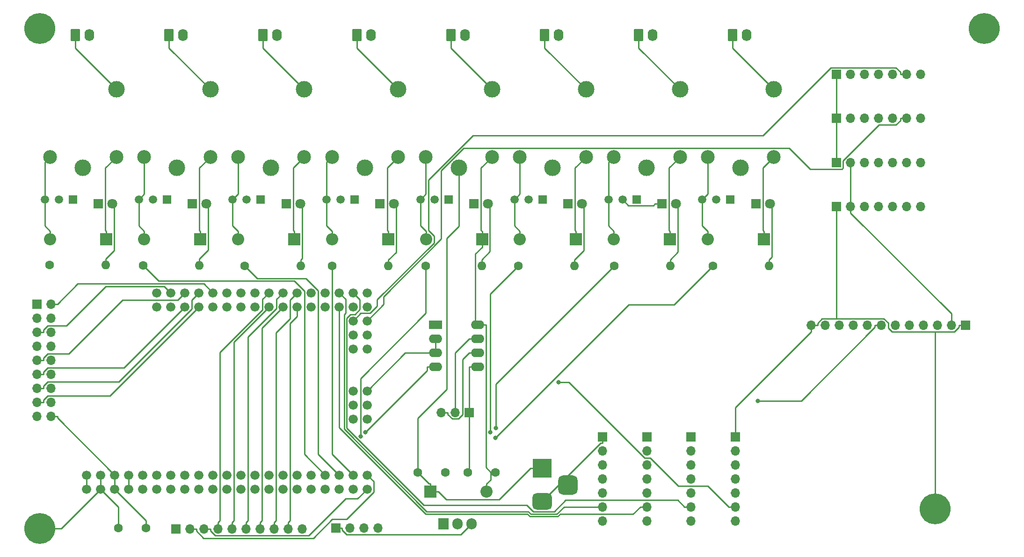
<source format=gbr>
%TF.GenerationSoftware,KiCad,Pcbnew,7.0.2*%
%TF.CreationDate,2023-11-03T08:34:37+00:00*%
%TF.ProjectId,quizbuzzer,7175697a-6275-47a7-9a65-722e6b696361,V0.1.2*%
%TF.SameCoordinates,Original*%
%TF.FileFunction,Copper,L2,Bot*%
%TF.FilePolarity,Positive*%
%FSLAX46Y46*%
G04 Gerber Fmt 4.6, Leading zero omitted, Abs format (unit mm)*
G04 Created by KiCad (PCBNEW 7.0.2) date 2023-11-03 08:34:37*
%MOMM*%
%LPD*%
G01*
G04 APERTURE LIST*
G04 Aperture macros list*
%AMRoundRect*
0 Rectangle with rounded corners*
0 $1 Rounding radius*
0 $2 $3 $4 $5 $6 $7 $8 $9 X,Y pos of 4 corners*
0 Add a 4 corners polygon primitive as box body*
4,1,4,$2,$3,$4,$5,$6,$7,$8,$9,$2,$3,0*
0 Add four circle primitives for the rounded corners*
1,1,$1+$1,$2,$3*
1,1,$1+$1,$4,$5*
1,1,$1+$1,$6,$7*
1,1,$1+$1,$8,$9*
0 Add four rect primitives between the rounded corners*
20,1,$1+$1,$2,$3,$4,$5,0*
20,1,$1+$1,$4,$5,$6,$7,0*
20,1,$1+$1,$6,$7,$8,$9,0*
20,1,$1+$1,$8,$9,$2,$3,0*%
G04 Aperture macros list end*
%TA.AperFunction,ComponentPad*%
%ADD10R,1.700000X1.700000*%
%TD*%
%TA.AperFunction,ComponentPad*%
%ADD11O,1.700000X1.700000*%
%TD*%
%TA.AperFunction,ComponentPad*%
%ADD12C,1.600000*%
%TD*%
%TA.AperFunction,ComponentPad*%
%ADD13R,2.200000X2.200000*%
%TD*%
%TA.AperFunction,ComponentPad*%
%ADD14O,2.200000X2.200000*%
%TD*%
%TA.AperFunction,ComponentPad*%
%ADD15R,1.800000X1.800000*%
%TD*%
%TA.AperFunction,ComponentPad*%
%ADD16C,1.800000*%
%TD*%
%TA.AperFunction,ComponentPad*%
%ADD17R,3.500000X3.500000*%
%TD*%
%TA.AperFunction,ComponentPad*%
%ADD18RoundRect,0.750000X1.000000X-0.750000X1.000000X0.750000X-1.000000X0.750000X-1.000000X-0.750000X0*%
%TD*%
%TA.AperFunction,ComponentPad*%
%ADD19RoundRect,0.875000X0.875000X-0.875000X0.875000X0.875000X-0.875000X0.875000X-0.875000X-0.875000X0*%
%TD*%
%TA.AperFunction,ComponentPad*%
%ADD20RoundRect,0.249999X-0.620001X-0.845001X0.620001X-0.845001X0.620001X0.845001X-0.620001X0.845001X0*%
%TD*%
%TA.AperFunction,ComponentPad*%
%ADD21O,1.740000X2.190000*%
%TD*%
%TA.AperFunction,ComponentPad*%
%ADD22C,3.000000*%
%TD*%
%TA.AperFunction,ComponentPad*%
%ADD23C,2.500000*%
%TD*%
%TA.AperFunction,ComponentPad*%
%ADD24R,1.500000X1.500000*%
%TD*%
%TA.AperFunction,ComponentPad*%
%ADD25C,1.500000*%
%TD*%
%TA.AperFunction,ComponentPad*%
%ADD26O,1.600000X1.600000*%
%TD*%
%TA.AperFunction,ComponentPad*%
%ADD27R,1.905000X2.000000*%
%TD*%
%TA.AperFunction,ComponentPad*%
%ADD28O,1.905000X2.000000*%
%TD*%
%TA.AperFunction,ComponentPad*%
%ADD29C,1.676400*%
%TD*%
%TA.AperFunction,ComponentPad*%
%ADD30C,5.600000*%
%TD*%
%TA.AperFunction,ComponentPad*%
%ADD31R,2.400000X1.600000*%
%TD*%
%TA.AperFunction,ComponentPad*%
%ADD32O,2.400000X1.600000*%
%TD*%
%TA.AperFunction,ViaPad*%
%ADD33C,0.800000*%
%TD*%
%TA.AperFunction,Conductor*%
%ADD34C,0.250000*%
%TD*%
G04 APERTURE END LIST*
D10*
%TO.P,J25,1,Pin_1*%
%TO.N,AUX-HEAD-1*%
X26087000Y-66814000D03*
D11*
%TO.P,J25,2,Pin_2*%
%TO.N,AUX-HEAD-9*%
X28627000Y-66814000D03*
%TO.P,J25,3,Pin_3*%
%TO.N,AUX-HEAD-2*%
X26087000Y-69354000D03*
%TO.P,J25,4,Pin_4*%
%TO.N,AUX-HEAD-10*%
X28627000Y-69354000D03*
%TO.P,J25,5,Pin_5*%
%TO.N,AUX-HEAD-3*%
X26087000Y-71894000D03*
%TO.P,J25,6,Pin_6*%
%TO.N,AUX-HEAD-11*%
X28627000Y-71894000D03*
%TO.P,J25,7,Pin_7*%
%TO.N,AUX-HEAD-4*%
X26087000Y-74434000D03*
%TO.P,J25,8,Pin_8*%
%TO.N,AUX-HEAD-12*%
X28627000Y-74434000D03*
%TO.P,J25,9,Pin_9*%
%TO.N,AUX-HEAD-5*%
X26087000Y-76974000D03*
%TO.P,J25,10,Pin_10*%
%TO.N,AUX-HEAD-13*%
X28627000Y-76974000D03*
%TO.P,J25,11,Pin_11*%
%TO.N,AUX-HEAD-6*%
X26087000Y-79514000D03*
%TO.P,J25,12,Pin_12*%
%TO.N,AUX-HEAD-14*%
X28627000Y-79514000D03*
%TO.P,J25,13,Pin_13*%
%TO.N,AUX-HEAD-7*%
X26087000Y-82054000D03*
%TO.P,J25,14,Pin_14*%
%TO.N,AUX-HEAD-15*%
X28627000Y-82054000D03*
%TO.P,J25,15,Pin_15*%
%TO.N,AUX-HEAD-8*%
X26087000Y-84594000D03*
%TO.P,J25,16,Pin_16*%
%TO.N,AUX-HEAD-16*%
X28627000Y-84594000D03*
%TO.P,J25,17,Pin_17*%
%TO.N,GND*%
X26087000Y-87134000D03*
%TO.P,J25,18,Pin_18*%
%TO.N,+5V*%
X28627000Y-87134000D03*
%TD*%
D12*
%TO.P,C2,1*%
%TO.N,+12V*%
X95013000Y-97292000D03*
%TO.P,C2,2*%
%TO.N,GND*%
X100013000Y-97292000D03*
%TD*%
%TO.P,C3,1*%
%TO.N,+5V*%
X109113000Y-97292000D03*
%TO.P,C3,2*%
%TO.N,GND*%
X104113000Y-97292000D03*
%TD*%
D13*
%TO.P,D1,1,K*%
%TO.N,+12V*%
X97363000Y-100812000D03*
D14*
%TO.P,D1,2,A*%
%TO.N,+5V*%
X107523000Y-100812000D03*
%TD*%
D13*
%TO.P,D2,1,K*%
%TO.N,+5V*%
X38691000Y-55050000D03*
D14*
%TO.P,D2,2,A*%
%TO.N,Net-(D2-A)*%
X28531000Y-55050000D03*
%TD*%
D13*
%TO.P,D4,1,K*%
%TO.N,+5V*%
X72691000Y-55050000D03*
D14*
%TO.P,D4,2,A*%
%TO.N,Net-(D4-A)*%
X62531000Y-55050000D03*
%TD*%
D13*
%TO.P,D5,1,K*%
%TO.N,+5V*%
X89691000Y-55050000D03*
D14*
%TO.P,D5,2,A*%
%TO.N,Net-(D5-A)*%
X79531000Y-55050000D03*
%TD*%
D15*
%TO.P,D6,1,K*%
%TO.N,Net-(D6-K)*%
X37211000Y-48640000D03*
D16*
%TO.P,D6,2,A*%
%TO.N,Net-(D6-A)*%
X39751000Y-48640000D03*
%TD*%
D15*
%TO.P,D7,1,K*%
%TO.N,Net-(D7-K)*%
X54211000Y-48640000D03*
D16*
%TO.P,D7,2,A*%
%TO.N,Net-(D7-A)*%
X56751000Y-48640000D03*
%TD*%
D15*
%TO.P,D8,1,K*%
%TO.N,Net-(D8-K)*%
X71211000Y-48640000D03*
D16*
%TO.P,D8,2,A*%
%TO.N,Net-(D8-A)*%
X73751000Y-48640000D03*
%TD*%
D15*
%TO.P,D9,1,K*%
%TO.N,Net-(D9-K)*%
X88211000Y-48640000D03*
D16*
%TO.P,D9,2,A*%
%TO.N,Net-(D9-A)*%
X90751000Y-48640000D03*
%TD*%
D13*
%TO.P,D10,1,K*%
%TO.N,+5V*%
X106691000Y-55050000D03*
D14*
%TO.P,D10,2,A*%
%TO.N,Net-(D10-A)*%
X96531000Y-55050000D03*
%TD*%
D13*
%TO.P,D11,1,K*%
%TO.N,+5V*%
X123691000Y-55050000D03*
D14*
%TO.P,D11,2,A*%
%TO.N,Net-(D11-A)*%
X113531000Y-55050000D03*
%TD*%
D13*
%TO.P,D12,1,K*%
%TO.N,+5V*%
X140691000Y-55050000D03*
D14*
%TO.P,D12,2,A*%
%TO.N,Net-(D12-A)*%
X130531000Y-55050000D03*
%TD*%
D13*
%TO.P,D13,1,K*%
%TO.N,+5V*%
X157691000Y-55050000D03*
D14*
%TO.P,D13,2,A*%
%TO.N,Net-(D13-A)*%
X147531000Y-55050000D03*
%TD*%
D15*
%TO.P,D14,1,K*%
%TO.N,Net-(D14-K)*%
X105211000Y-48640000D03*
D16*
%TO.P,D14,2,A*%
%TO.N,Net-(D14-A)*%
X107751000Y-48640000D03*
%TD*%
D15*
%TO.P,D15,1,K*%
%TO.N,Net-(D15-K)*%
X122211000Y-48640000D03*
D16*
%TO.P,D15,2,A*%
%TO.N,Net-(D15-A)*%
X124751000Y-48640000D03*
%TD*%
D15*
%TO.P,D16,1,K*%
%TO.N,Net-(D16-K)*%
X139211000Y-48640000D03*
D16*
%TO.P,D16,2,A*%
%TO.N,Net-(D16-A)*%
X141751000Y-48640000D03*
%TD*%
D15*
%TO.P,D17,1,K*%
%TO.N,Net-(D17-K)*%
X156211000Y-48640000D03*
D16*
%TO.P,D17,2,A*%
%TO.N,Net-(D17-A)*%
X158751000Y-48640000D03*
%TD*%
D10*
%TO.P,J1,1,Pin_1*%
%TO.N,+5V*%
X51275000Y-107574000D03*
D11*
%TO.P,J1,2,Pin_2*%
%TO.N,Net-(J1-Pin_2)*%
X53815000Y-107574000D03*
%TO.P,J1,3,Pin_3*%
%TO.N,Net-(J1-Pin_3)*%
X56355000Y-107574000D03*
%TO.P,J1,4,Pin_4*%
%TO.N,Net-(J1-Pin_4)*%
X58895000Y-107574000D03*
%TO.P,J1,5,Pin_5*%
%TO.N,Net-(J1-Pin_5)*%
X61435000Y-107574000D03*
%TO.P,J1,6,Pin_6*%
%TO.N,Net-(J1-Pin_6)*%
X63975000Y-107574000D03*
%TO.P,J1,7,Pin_7*%
%TO.N,Net-(J1-Pin_7)*%
X66515000Y-107574000D03*
%TO.P,J1,8,Pin_8*%
%TO.N,Net-(J1-Pin_8)*%
X69055000Y-107574000D03*
%TO.P,J1,9,Pin_9*%
%TO.N,Net-(J1-Pin_9)*%
X71595000Y-107574000D03*
%TO.P,J1,10,Pin_10*%
%TO.N,GND*%
X74135000Y-107574000D03*
%TD*%
D10*
%TO.P,J3,1,Pin_1*%
%TO.N,+5V*%
X80183000Y-107377000D03*
D11*
%TO.P,J3,2,Pin_2*%
%TO.N,GND*%
X82723000Y-107377000D03*
%TO.P,J3,3,Pin_3*%
%TO.N,SDA*%
X85263000Y-107377000D03*
%TO.P,J3,4,Pin_4*%
%TO.N,SCL*%
X87803000Y-107377000D03*
%TD*%
D17*
%TO.P,J4,1*%
%TO.N,+12V*%
X117543000Y-96572000D03*
D18*
%TO.P,J4,2*%
%TO.N,GND*%
X117543000Y-102572000D03*
D19*
%TO.P,J4,3*%
X122243000Y-99572000D03*
%TD*%
D20*
%TO.P,J15,1,Pin_1*%
%TO.N,Net-(J15-Pin_1)*%
X33021000Y-18080000D03*
D21*
%TO.P,J15,2,Pin_2*%
%TO.N,GND*%
X35561000Y-18080000D03*
%TD*%
D20*
%TO.P,J16,1,Pin_1*%
%TO.N,Net-(J16-Pin_1)*%
X50021000Y-18080000D03*
D21*
%TO.P,J16,2,Pin_2*%
%TO.N,GND*%
X52561000Y-18080000D03*
%TD*%
D20*
%TO.P,J18,1,Pin_1*%
%TO.N,Net-(J18-Pin_1)*%
X84021000Y-18080000D03*
D21*
%TO.P,J18,2,Pin_2*%
%TO.N,GND*%
X86561000Y-18080000D03*
%TD*%
D20*
%TO.P,J19,1,Pin_1*%
%TO.N,Net-(J19-Pin_1)*%
X101021000Y-18080000D03*
D21*
%TO.P,J19,2,Pin_2*%
%TO.N,GND*%
X103561000Y-18080000D03*
%TD*%
D20*
%TO.P,J20,1,Pin_1*%
%TO.N,Net-(J20-Pin_1)*%
X118021000Y-18080000D03*
D21*
%TO.P,J20,2,Pin_2*%
%TO.N,GND*%
X120561000Y-18080000D03*
%TD*%
D20*
%TO.P,J21,1,Pin_1*%
%TO.N,Net-(J21-Pin_1)*%
X135021000Y-18080000D03*
D21*
%TO.P,J21,2,Pin_2*%
%TO.N,GND*%
X137561000Y-18080000D03*
%TD*%
D20*
%TO.P,J22,1,Pin_1*%
%TO.N,Net-(J22-Pin_1)*%
X152021000Y-18080000D03*
D21*
%TO.P,J22,2,Pin_2*%
%TO.N,GND*%
X154561000Y-18080000D03*
%TD*%
D22*
%TO.P,K1,1*%
%TO.N,+12V*%
X34451000Y-42080000D03*
D23*
%TO.P,K1,2*%
%TO.N,+5V*%
X40501000Y-40130000D03*
D22*
%TO.P,K1,3*%
%TO.N,Net-(J15-Pin_1)*%
X40501000Y-27930000D03*
D23*
%TO.P,K1,5*%
%TO.N,Net-(D2-A)*%
X28501000Y-40130000D03*
%TD*%
D22*
%TO.P,K2,1*%
%TO.N,+12V*%
X51451000Y-42080000D03*
D23*
%TO.P,K2,2*%
%TO.N,+5V*%
X57501000Y-40130000D03*
D22*
%TO.P,K2,3*%
%TO.N,Net-(J16-Pin_1)*%
X57501000Y-27930000D03*
D23*
%TO.P,K2,5*%
%TO.N,Net-(D3-A)*%
X45501000Y-40130000D03*
%TD*%
D22*
%TO.P,K3,1*%
%TO.N,+12V*%
X68451000Y-42080000D03*
D23*
%TO.P,K3,2*%
%TO.N,+5V*%
X74501000Y-40130000D03*
D22*
%TO.P,K3,3*%
%TO.N,Net-(J17-Pin_1)*%
X74501000Y-27930000D03*
D23*
%TO.P,K3,5*%
%TO.N,Net-(D4-A)*%
X62501000Y-40130000D03*
%TD*%
D22*
%TO.P,K4,1*%
%TO.N,+12V*%
X85451000Y-42080000D03*
D23*
%TO.P,K4,2*%
%TO.N,+5V*%
X91501000Y-40130000D03*
D22*
%TO.P,K4,3*%
%TO.N,Net-(J18-Pin_1)*%
X91501000Y-27930000D03*
D23*
%TO.P,K4,5*%
%TO.N,Net-(D5-A)*%
X79501000Y-40130000D03*
%TD*%
D22*
%TO.P,K5,1*%
%TO.N,+12V*%
X102451000Y-42080000D03*
D23*
%TO.P,K5,2*%
%TO.N,+5V*%
X108501000Y-40130000D03*
D22*
%TO.P,K5,3*%
%TO.N,Net-(J19-Pin_1)*%
X108501000Y-27930000D03*
D23*
%TO.P,K5,5*%
%TO.N,Net-(D10-A)*%
X96501000Y-40130000D03*
%TD*%
D22*
%TO.P,K6,1*%
%TO.N,+12V*%
X119451000Y-42080000D03*
D23*
%TO.P,K6,2*%
%TO.N,+5V*%
X125501000Y-40130000D03*
D22*
%TO.P,K6,3*%
%TO.N,Net-(J20-Pin_1)*%
X125501000Y-27930000D03*
D23*
%TO.P,K6,5*%
%TO.N,Net-(D11-A)*%
X113501000Y-40130000D03*
%TD*%
D22*
%TO.P,K7,1*%
%TO.N,+12V*%
X136451000Y-42080000D03*
D23*
%TO.P,K7,2*%
%TO.N,+5V*%
X142501000Y-40130000D03*
D22*
%TO.P,K7,3*%
%TO.N,Net-(J21-Pin_1)*%
X142501000Y-27930000D03*
D23*
%TO.P,K7,5*%
%TO.N,Net-(D12-A)*%
X130501000Y-40130000D03*
%TD*%
D22*
%TO.P,K8,1*%
%TO.N,+12V*%
X153451000Y-42080000D03*
D23*
%TO.P,K8,2*%
%TO.N,+5V*%
X159501000Y-40130000D03*
D22*
%TO.P,K8,3*%
%TO.N,Net-(J22-Pin_1)*%
X159501000Y-27930000D03*
D23*
%TO.P,K8,5*%
%TO.N,Net-(D13-A)*%
X147501000Y-40130000D03*
%TD*%
D24*
%TO.P,Q1,1,E*%
%TO.N,GND*%
X32621000Y-47840000D03*
D25*
%TO.P,Q1,2,B*%
%TO.N,Net-(D6-K)*%
X30081000Y-47840000D03*
%TO.P,Q1,3,C*%
%TO.N,Net-(D2-A)*%
X27541000Y-47840000D03*
%TD*%
D24*
%TO.P,Q2,1,E*%
%TO.N,GND*%
X49621000Y-47840000D03*
D25*
%TO.P,Q2,2,B*%
%TO.N,Net-(D7-K)*%
X47081000Y-47840000D03*
%TO.P,Q2,3,C*%
%TO.N,Net-(D3-A)*%
X44541000Y-47840000D03*
%TD*%
D24*
%TO.P,Q3,1,E*%
%TO.N,GND*%
X66621000Y-47840000D03*
D25*
%TO.P,Q3,2,B*%
%TO.N,Net-(D8-K)*%
X64081000Y-47840000D03*
%TO.P,Q3,3,C*%
%TO.N,Net-(D4-A)*%
X61541000Y-47840000D03*
%TD*%
D24*
%TO.P,Q4,1,E*%
%TO.N,GND*%
X83621000Y-47840000D03*
D25*
%TO.P,Q4,2,B*%
%TO.N,Net-(D9-K)*%
X81081000Y-47840000D03*
%TO.P,Q4,3,C*%
%TO.N,Net-(D5-A)*%
X78541000Y-47840000D03*
%TD*%
D24*
%TO.P,Q5,1,E*%
%TO.N,GND*%
X100621000Y-47840000D03*
D25*
%TO.P,Q5,2,B*%
%TO.N,Net-(D14-K)*%
X98081000Y-47840000D03*
%TO.P,Q5,3,C*%
%TO.N,Net-(D10-A)*%
X95541000Y-47840000D03*
%TD*%
D24*
%TO.P,Q6,1,E*%
%TO.N,GND*%
X117621000Y-47840000D03*
D25*
%TO.P,Q6,2,B*%
%TO.N,Net-(D15-K)*%
X115081000Y-47840000D03*
%TO.P,Q6,3,C*%
%TO.N,Net-(D11-A)*%
X112541000Y-47840000D03*
%TD*%
D24*
%TO.P,Q7,1,E*%
%TO.N,GND*%
X134621000Y-47840000D03*
D25*
%TO.P,Q7,2,B*%
%TO.N,Net-(D16-K)*%
X132081000Y-47840000D03*
%TO.P,Q7,3,C*%
%TO.N,Net-(D12-A)*%
X129541000Y-47840000D03*
%TD*%
D24*
%TO.P,Q8,1,E*%
%TO.N,GND*%
X151621000Y-47840000D03*
D25*
%TO.P,Q8,2,B*%
%TO.N,Net-(D17-K)*%
X149081000Y-47840000D03*
%TO.P,Q8,3,C*%
%TO.N,Net-(D13-A)*%
X146541000Y-47840000D03*
%TD*%
D12*
%TO.P,R9,1*%
%TO.N,Lamp1*%
X28391000Y-59760000D03*
D26*
%TO.P,R9,2*%
%TO.N,Net-(D6-A)*%
X38551000Y-59760000D03*
%TD*%
D12*
%TO.P,R10,1*%
%TO.N,Lamp3*%
X45311000Y-59770000D03*
D26*
%TO.P,R10,2*%
%TO.N,Net-(D7-A)*%
X55471000Y-59770000D03*
%TD*%
D12*
%TO.P,R11,1*%
%TO.N,Lamp5*%
X63711000Y-59900000D03*
D26*
%TO.P,R11,2*%
%TO.N,Net-(D8-A)*%
X73871000Y-59900000D03*
%TD*%
D12*
%TO.P,R12,1*%
%TO.N,Lamp7*%
X79581000Y-59900000D03*
D26*
%TO.P,R12,2*%
%TO.N,Net-(D9-A)*%
X89741000Y-59900000D03*
%TD*%
D12*
%TO.P,R13,1*%
%TO.N,Lamp2*%
X96481000Y-59900000D03*
D26*
%TO.P,R13,2*%
%TO.N,Net-(D14-A)*%
X106641000Y-59900000D03*
%TD*%
D12*
%TO.P,R14,1*%
%TO.N,Lamp4*%
X113261000Y-59900000D03*
D26*
%TO.P,R14,2*%
%TO.N,Net-(D15-A)*%
X123421000Y-59900000D03*
%TD*%
D12*
%TO.P,R15,1*%
%TO.N,Lamp6*%
X130561000Y-59900000D03*
D26*
%TO.P,R15,2*%
%TO.N,Net-(D16-A)*%
X140721000Y-59900000D03*
%TD*%
D12*
%TO.P,R16,1*%
%TO.N,Lamp8*%
X148491000Y-59900000D03*
D26*
%TO.P,R16,2*%
%TO.N,Net-(D17-A)*%
X158651000Y-59900000D03*
%TD*%
D27*
%TO.P,U1,1,IN*%
%TO.N,+12V*%
X99703000Y-106602000D03*
D28*
%TO.P,U1,2,GND*%
%TO.N,GND*%
X102243000Y-106602000D03*
%TO.P,U1,3,OUT*%
%TO.N,+5V*%
X104783000Y-106602000D03*
%TD*%
D29*
%TO.P,XA1,3V3,3.3V*%
%TO.N,unconnected-(XA1-3.3V-Pad3V3)*%
X42724000Y-97785000D03*
X42724000Y-100325000D03*
%TO.P,XA1,5V1,5V*%
%TO.N,+5V*%
X40184000Y-97785000D03*
%TO.P,XA1,5V2,SPI_5V*%
X40184000Y-100325000D03*
%TO.P,XA1,5V3,5V*%
X85904000Y-82545000D03*
%TO.P,XA1,A0,A0*%
%TO.N,AUX-HEAD-1*%
X47804000Y-64765000D03*
%TO.P,XA1,A1,A1*%
%TO.N,AUX-HEAD-2*%
X47804000Y-67305000D03*
%TO.P,XA1,A2,A2*%
%TO.N,AUX-HEAD-3*%
X50344000Y-64765000D03*
%TO.P,XA1,A3,A3*%
%TO.N,AUX-HEAD-4*%
X50344000Y-67305000D03*
%TO.P,XA1,A4,A4*%
%TO.N,AUX-HEAD-5*%
X52884000Y-64765000D03*
%TO.P,XA1,A5,A5*%
%TO.N,AUX-HEAD-6*%
X52884000Y-67305000D03*
%TO.P,XA1,A6,A6*%
%TO.N,AUX-HEAD-7*%
X55424000Y-64765000D03*
%TO.P,XA1,A7,A7*%
%TO.N,AUX-HEAD-8*%
X55424000Y-67305000D03*
%TO.P,XA1,A8,A8*%
%TO.N,AUX-HEAD-9*%
X57964000Y-64765000D03*
%TO.P,XA1,A9,A9*%
%TO.N,AUX-HEAD-10*%
X57964000Y-67305000D03*
%TO.P,XA1,A10,A10*%
%TO.N,AUX-HEAD-11*%
X60504000Y-64765000D03*
%TO.P,XA1,A11,A11*%
%TO.N,AUX-HEAD-12*%
X60504000Y-67305000D03*
%TO.P,XA1,A12,A12*%
%TO.N,AUX-HEAD-13*%
X63044000Y-64765000D03*
%TO.P,XA1,A13,A13*%
%TO.N,AUX-HEAD-14*%
X63044000Y-67305000D03*
%TO.P,XA1,A14,A14*%
%TO.N,AUX-HEAD-15*%
X65584000Y-64765000D03*
%TO.P,XA1,A15,A15*%
%TO.N,AUX-HEAD-16*%
X65584000Y-67305000D03*
%TO.P,XA1,AREF,AREF*%
%TO.N,unconnected-(XA1-PadAREF)*%
X45264000Y-97785000D03*
%TO.P,XA1,D0,D0_RX0*%
%TO.N,unconnected-(XA1-D0_RX0-PadD0)*%
X47804000Y-97785000D03*
%TO.P,XA1,D1,D1_TX0*%
%TO.N,unconnected-(XA1-D1_TX0-PadD1)*%
X47804000Y-100325000D03*
%TO.P,XA1,D2,D2_INT0*%
%TO.N,MP3_EN*%
X50344000Y-97785000D03*
%TO.P,XA1,D3,D3_INT1*%
%TO.N,unconnected-(XA1-D3_INT1-PadD3)*%
X50344000Y-100325000D03*
%TO.P,XA1,D4,D4*%
%TO.N,unconnected-(XA1-PadD4)*%
X52884000Y-97785000D03*
%TO.P,XA1,D5,D5*%
%TO.N,unconnected-(XA1-PadD5)*%
X52884000Y-100325000D03*
%TO.P,XA1,D6,D6*%
%TO.N,unconnected-(XA1-PadD6)*%
X55424000Y-97785000D03*
%TO.P,XA1,D7,D7*%
%TO.N,unconnected-(XA1-PadD7)*%
X55424000Y-100325000D03*
%TO.P,XA1,D8,D8*%
%TO.N,unconnected-(XA1-PadD8)*%
X57964000Y-97785000D03*
%TO.P,XA1,D9,D9*%
%TO.N,unconnected-(XA1-PadD9)*%
X57964000Y-100325000D03*
%TO.P,XA1,D10,D10*%
%TO.N,PORTB_4*%
X60504000Y-97785000D03*
%TO.P,XA1,D11,D11*%
%TO.N,PORTB_5*%
X60504000Y-100325000D03*
%TO.P,XA1,D12,D12*%
%TO.N,PORTB_6*%
X63044000Y-97785000D03*
%TO.P,XA1,D13,D13*%
%TO.N,PORTB_7*%
X63044000Y-100325000D03*
%TO.P,XA1,D14,D14_TX3*%
%TO.N,unconnected-(XA1-D14_TX3-PadD14)*%
X65584000Y-97785000D03*
%TO.P,XA1,D15,D15_RX3*%
%TO.N,unconnected-(XA1-D15_RX3-PadD15)*%
X65584000Y-100325000D03*
%TO.P,XA1,D16,D16_TX2*%
%TO.N,unconnected-(XA1-D16_TX2-PadD16)*%
X68124000Y-97785000D03*
%TO.P,XA1,D17,D17_RX2*%
%TO.N,unconnected-(XA1-D17_RX2-PadD17)*%
X68124000Y-100325000D03*
%TO.P,XA1,D18,D18_TX1*%
%TO.N,DMX-TX*%
X70664000Y-97785000D03*
%TO.P,XA1,D19,D19_RX1*%
%TO.N,DMX-RX*%
X70664000Y-100325000D03*
%TO.P,XA1,D20,D20_SDA*%
%TO.N,SDA*%
X73204000Y-97785000D03*
%TO.P,XA1,D21,D21_SCL*%
%TO.N,SCL*%
X73204000Y-100325000D03*
%TO.P,XA1,D22,D22*%
%TO.N,Lamp1*%
X75744000Y-97785000D03*
%TO.P,XA1,D23,D23*%
%TO.N,Lamp2*%
X75744000Y-100325000D03*
%TO.P,XA1,D24,D24*%
%TO.N,Lamp3*%
X78284000Y-97785000D03*
%TO.P,XA1,D25,D25*%
%TO.N,Lamp4*%
X78284000Y-100325000D03*
%TO.P,XA1,D26,D26*%
%TO.N,Lamp5*%
X80824000Y-97785000D03*
%TO.P,XA1,D27,D27*%
%TO.N,Lamp6*%
X80824000Y-100325000D03*
%TO.P,XA1,D28,D28*%
%TO.N,Lamp7*%
X83364000Y-97785000D03*
%TO.P,XA1,D29,D29*%
%TO.N,Lamp8*%
X83364000Y-100325000D03*
%TO.P,XA1,D30,D30*%
%TO.N,Net-(J1-Pin_2)*%
X85904000Y-97785000D03*
%TO.P,XA1,D31,D31*%
%TO.N,Net-(J1-Pin_3)*%
X85904000Y-100325000D03*
%TO.P,XA1,D32,D32*%
%TO.N,Net-(J1-Pin_4)*%
X68124000Y-64765000D03*
%TO.P,XA1,D33,D33*%
%TO.N,Net-(J1-Pin_5)*%
X68124000Y-67305000D03*
%TO.P,XA1,D34,D34*%
%TO.N,Net-(J1-Pin_6)*%
X70664000Y-64765000D03*
%TO.P,XA1,D35,D35*%
%TO.N,Net-(J1-Pin_7)*%
X70664000Y-67305000D03*
%TO.P,XA1,D36,D36*%
%TO.N,Net-(J1-Pin_8)*%
X73204000Y-64765000D03*
%TO.P,XA1,D37,D37*%
%TO.N,Net-(J1-Pin_9)*%
X73204000Y-67305000D03*
%TO.P,XA1,D38,D38*%
%TO.N,unconnected-(XA1-PadD38)*%
X75744000Y-64765000D03*
%TO.P,XA1,D39,D39*%
%TO.N,unconnected-(XA1-PadD39)*%
X75744000Y-67305000D03*
%TO.P,XA1,D40,D40*%
%TO.N,unconnected-(XA1-PadD40)*%
X78284000Y-64765000D03*
%TO.P,XA1,D41,D41*%
%TO.N,unconnected-(XA1-PadD41)*%
X78284000Y-67305000D03*
%TO.P,XA1,D42,D42*%
%TO.N,Rec1*%
X80824000Y-64765000D03*
%TO.P,XA1,D43,D43*%
%TO.N,Rec2*%
X80824000Y-67305000D03*
%TO.P,XA1,D44,D44*%
%TO.N,Rec3*%
X83364000Y-64765000D03*
%TO.P,XA1,D45,D45*%
%TO.N,Rec4*%
X83364000Y-67305000D03*
%TO.P,XA1,D46,D46*%
%TO.N,Rec5*%
X85904000Y-64765000D03*
%TO.P,XA1,D47,D47*%
%TO.N,Rec6*%
X85904000Y-67305000D03*
%TO.P,XA1,D48,D48*%
%TO.N,Rec7*%
X85904000Y-69845000D03*
%TO.P,XA1,D49,D49*%
%TO.N,Rec8*%
X83364000Y-69845000D03*
%TO.P,XA1,D50,D50*%
%TO.N,PORTB_3*%
X85904000Y-72385000D03*
%TO.P,XA1,D51,D51*%
%TO.N,PORTB_2*%
X83364000Y-72385000D03*
%TO.P,XA1,D52,D52*%
%TO.N,PORTB_1*%
X85904000Y-74925000D03*
%TO.P,XA1,D53,D53_SS*%
%TO.N,PORTB_0*%
X83364000Y-74925000D03*
%TO.P,XA1,GND1,GND*%
%TO.N,GND*%
X37644000Y-97785000D03*
%TO.P,XA1,GND2,GND*%
X37644000Y-100325000D03*
%TO.P,XA1,GND3,GND*%
X85904000Y-87625000D03*
%TO.P,XA1,MISO,SPI_MISO*%
%TO.N,unconnected-(XA1-SPI_MISO-PadMISO)*%
X83364000Y-82545000D03*
%TO.P,XA1,MOSI,SPI_MOSI*%
%TO.N,unconnected-(XA1-SPI_MOSI-PadMOSI)*%
X85904000Y-85085000D03*
%TO.P,XA1,RST,RESET*%
%TO.N,unconnected-(XA1-RESET-PadRST)*%
X45264000Y-100325000D03*
%TO.P,XA1,RST1,RESET*%
%TO.N,unconnected-(XA1-RESET-PadRST1)*%
X83364000Y-87625000D03*
%TO.P,XA1,SCK,SPI_SCK*%
%TO.N,unconnected-(XA1-SPI_SCK-PadSCK)*%
X83364000Y-85085000D03*
%TO.P,XA1,VIN,VIN*%
%TO.N,unconnected-(XA1-PadVIN)*%
X35104000Y-97785000D03*
X35104000Y-100325000D03*
%TD*%
D12*
%TO.P,C1,1*%
%TO.N,GND*%
X40864000Y-107358000D03*
%TO.P,C1,2*%
%TO.N,+5V*%
X45864000Y-107358000D03*
%TD*%
D10*
%TO.P,J2,1,Pin_1*%
%TO.N,GND*%
X194157000Y-70658000D03*
D11*
%TO.P,J2,2,Pin_2*%
%TO.N,+5V*%
X191617000Y-70658000D03*
%TO.P,J2,3,Pin_3*%
%TO.N,PORTB_0*%
X189077000Y-70658000D03*
%TO.P,J2,4,Pin_4*%
%TO.N,PORTB_1*%
X186537000Y-70658000D03*
%TO.P,J2,5,Pin_5*%
%TO.N,PORTB_2*%
X183997000Y-70658000D03*
%TO.P,J2,6,Pin_6*%
%TO.N,PORTB_3*%
X181457000Y-70658000D03*
%TO.P,J2,7,Pin_7*%
%TO.N,PORTB_4*%
X178917000Y-70658000D03*
%TO.P,J2,8,Pin_8*%
%TO.N,PORTB_5*%
X176377000Y-70658000D03*
%TO.P,J2,9,Pin_9*%
%TO.N,PORTB_6*%
X173837000Y-70658000D03*
%TO.P,J2,10,Pin_10*%
%TO.N,PORTB_7*%
X171297000Y-70658000D03*
%TO.P,J2,11,Pin_11*%
%TO.N,MP3_EN*%
X168757000Y-70658000D03*
%TO.P,J2,12,Pin_12*%
%TO.N,GND*%
X166217000Y-70658000D03*
%TD*%
D30*
%TO.P,H1,1,1*%
%TO.N,GND*%
X26643000Y-107440000D03*
%TD*%
%TO.P,H2,1,1*%
%TO.N,GND*%
X188648000Y-103941000D03*
%TD*%
%TO.P,H3,1,1*%
%TO.N,GND*%
X26643000Y-16910000D03*
%TD*%
%TO.P,H4,1,1*%
%TO.N,GND*%
X197545000Y-16910000D03*
%TD*%
D13*
%TO.P,D3,1,K*%
%TO.N,+5V*%
X55691000Y-55050000D03*
D14*
%TO.P,D3,2,A*%
%TO.N,Net-(D3-A)*%
X45531000Y-55050000D03*
%TD*%
D20*
%TO.P,J17,1,Pin_1*%
%TO.N,Net-(J17-Pin_1)*%
X67021000Y-18080000D03*
D21*
%TO.P,J17,2,Pin_2*%
%TO.N,GND*%
X69561000Y-18080000D03*
%TD*%
D10*
%TO.P,J6,1,Pin_1*%
%TO.N,GND*%
X136506000Y-90847000D03*
D11*
%TO.P,J6,2,Pin_2*%
%TO.N,+5V*%
X136506000Y-93387000D03*
%TO.P,J6,3,Pin_3*%
%TO.N,unconnected-(J6-Pin_3-Pad3)*%
X136506000Y-95927000D03*
%TO.P,J6,4,Pin_4*%
%TO.N,unconnected-(J6-Pin_4-Pad4)*%
X136506000Y-98467000D03*
%TO.P,J6,5,Pin_5*%
%TO.N,unconnected-(J6-Pin_5-Pad5)*%
X136506000Y-101007000D03*
%TO.P,J6,6,Pin_6*%
%TO.N,Rec2*%
X136506000Y-103547000D03*
%TO.P,J6,7,Pin_7*%
%TO.N,unconnected-(J6-Pin_7-Pad7)*%
X136506000Y-106087000D03*
%TD*%
D10*
%TO.P,J11,1,Pin_1*%
%TO.N,GND*%
X170851000Y-41168000D03*
D11*
%TO.P,J11,2,Pin_2*%
%TO.N,+5V*%
X173391000Y-41168000D03*
%TO.P,J11,3,Pin_3*%
%TO.N,unconnected-(J11-Pin_3-Pad3)*%
X175931000Y-41168000D03*
%TO.P,J11,4,Pin_4*%
%TO.N,unconnected-(J11-Pin_4-Pad4)*%
X178471000Y-41168000D03*
%TO.P,J11,5,Pin_5*%
%TO.N,unconnected-(J11-Pin_5-Pad5)*%
X181011000Y-41168000D03*
%TO.P,J11,6,Pin_6*%
%TO.N,Rec6*%
X183551000Y-41168000D03*
%TO.P,J11,7,Pin_7*%
%TO.N,unconnected-(J11-Pin_7-Pad7)*%
X186091000Y-41168000D03*
%TD*%
D10*
%TO.P,J12,1,Pin_1*%
%TO.N,GND*%
X170851000Y-33168000D03*
D11*
%TO.P,J12,2,Pin_2*%
%TO.N,+5V*%
X173391000Y-33168000D03*
%TO.P,J12,3,Pin_3*%
%TO.N,unconnected-(J12-Pin_3-Pad3)*%
X175931000Y-33168000D03*
%TO.P,J12,4,Pin_4*%
%TO.N,unconnected-(J12-Pin_4-Pad4)*%
X178471000Y-33168000D03*
%TO.P,J12,5,Pin_5*%
%TO.N,unconnected-(J12-Pin_5-Pad5)*%
X181011000Y-33168000D03*
%TO.P,J12,6,Pin_6*%
%TO.N,Rec7*%
X183551000Y-33168000D03*
%TO.P,J12,7,Pin_7*%
%TO.N,unconnected-(J12-Pin_7-Pad7)*%
X186091000Y-33168000D03*
%TD*%
D10*
%TO.P,J10,1,Pin_1*%
%TO.N,GND*%
X170851000Y-49168000D03*
D11*
%TO.P,J10,2,Pin_2*%
%TO.N,+5V*%
X173391000Y-49168000D03*
%TO.P,J10,3,Pin_3*%
%TO.N,unconnected-(J10-Pin_3-Pad3)*%
X175931000Y-49168000D03*
%TO.P,J10,4,Pin_4*%
%TO.N,unconnected-(J10-Pin_4-Pad4)*%
X178471000Y-49168000D03*
%TO.P,J10,5,Pin_5*%
%TO.N,unconnected-(J10-Pin_5-Pad5)*%
X181011000Y-49168000D03*
%TO.P,J10,6,Pin_6*%
%TO.N,Rec5*%
X183551000Y-49168000D03*
%TO.P,J10,7,Pin_7*%
%TO.N,unconnected-(J10-Pin_7-Pad7)*%
X186091000Y-49168000D03*
%TD*%
D10*
%TO.P,J5,1,Pin_1*%
%TO.N,GND*%
X128506000Y-90847000D03*
D11*
%TO.P,J5,2,Pin_2*%
%TO.N,+5V*%
X128506000Y-93387000D03*
%TO.P,J5,3,Pin_3*%
%TO.N,unconnected-(J5-Pin_3-Pad3)*%
X128506000Y-95927000D03*
%TO.P,J5,4,Pin_4*%
%TO.N,unconnected-(J5-Pin_4-Pad4)*%
X128506000Y-98467000D03*
%TO.P,J5,5,Pin_5*%
%TO.N,unconnected-(J5-Pin_5-Pad5)*%
X128506000Y-101007000D03*
%TO.P,J5,6,Pin_6*%
%TO.N,Rec1*%
X128506000Y-103547000D03*
%TO.P,J5,7,Pin_7*%
%TO.N,unconnected-(J5-Pin_7-Pad7)*%
X128506000Y-106087000D03*
%TD*%
D10*
%TO.P,J13,1,Pin_1*%
%TO.N,GND*%
X170851000Y-25168000D03*
D11*
%TO.P,J13,2,Pin_2*%
%TO.N,+5V*%
X173391000Y-25168000D03*
%TO.P,J13,3,Pin_3*%
%TO.N,unconnected-(J13-Pin_3-Pad3)*%
X175931000Y-25168000D03*
%TO.P,J13,4,Pin_4*%
%TO.N,unconnected-(J13-Pin_4-Pad4)*%
X178471000Y-25168000D03*
%TO.P,J13,5,Pin_5*%
%TO.N,unconnected-(J13-Pin_5-Pad5)*%
X181011000Y-25168000D03*
%TO.P,J13,6,Pin_6*%
%TO.N,Rec8*%
X183551000Y-25168000D03*
%TO.P,J13,7,Pin_7*%
%TO.N,unconnected-(J13-Pin_7-Pad7)*%
X186091000Y-25168000D03*
%TD*%
D10*
%TO.P,J8,1,Pin_1*%
%TO.N,GND*%
X152506000Y-90847000D03*
D11*
%TO.P,J8,2,Pin_2*%
%TO.N,+5V*%
X152506000Y-93387000D03*
%TO.P,J8,3,Pin_3*%
%TO.N,unconnected-(J8-Pin_3-Pad3)*%
X152506000Y-95927000D03*
%TO.P,J8,4,Pin_4*%
%TO.N,unconnected-(J8-Pin_4-Pad4)*%
X152506000Y-98467000D03*
%TO.P,J8,5,Pin_5*%
%TO.N,unconnected-(J8-Pin_5-Pad5)*%
X152506000Y-101007000D03*
%TO.P,J8,6,Pin_6*%
%TO.N,Rec4*%
X152506000Y-103547000D03*
%TO.P,J8,7,Pin_7*%
%TO.N,unconnected-(J8-Pin_7-Pad7)*%
X152506000Y-106087000D03*
%TD*%
D10*
%TO.P,J7,1,Pin_1*%
%TO.N,GND*%
X144506000Y-90847000D03*
D11*
%TO.P,J7,2,Pin_2*%
%TO.N,+5V*%
X144506000Y-93387000D03*
%TO.P,J7,3,Pin_3*%
%TO.N,unconnected-(J7-Pin_3-Pad3)*%
X144506000Y-95927000D03*
%TO.P,J7,4,Pin_4*%
%TO.N,unconnected-(J7-Pin_4-Pad4)*%
X144506000Y-98467000D03*
%TO.P,J7,5,Pin_5*%
%TO.N,unconnected-(J7-Pin_5-Pad5)*%
X144506000Y-101007000D03*
%TO.P,J7,6,Pin_6*%
%TO.N,Rec3*%
X144506000Y-103547000D03*
%TO.P,J7,7,Pin_7*%
%TO.N,unconnected-(J7-Pin_7-Pad7)*%
X144506000Y-106087000D03*
%TD*%
D10*
%TO.P,J26,1,Pin_1*%
%TO.N,GND*%
X104372000Y-86448000D03*
D11*
%TO.P,J26,2,Pin_2*%
%TO.N,Net-(J26-Pin_2)*%
X101832000Y-86448000D03*
%TO.P,J26,3,Pin_3*%
%TO.N,Net-(J26-Pin_3)*%
X99292000Y-86448000D03*
%TD*%
D31*
%TO.P,U2,1,RO*%
%TO.N,unconnected-(U2-RO-Pad1)*%
X98237000Y-70588000D03*
D32*
%TO.P,U2,2,~{RE}*%
%TO.N,+5V*%
X98237000Y-73128000D03*
%TO.P,U2,3,DE*%
X98237000Y-75668000D03*
%TO.P,U2,4,DI*%
%TO.N,DMX-TX*%
X98237000Y-78208000D03*
%TO.P,U2,5,GND*%
%TO.N,GND*%
X105857000Y-78208000D03*
%TO.P,U2,6,A*%
%TO.N,Net-(J26-Pin_3)*%
X105857000Y-75668000D03*
%TO.P,U2,7,B*%
%TO.N,Net-(J26-Pin_2)*%
X105857000Y-73128000D03*
%TO.P,U2,8,VCC*%
%TO.N,+5V*%
X105857000Y-70588000D03*
%TD*%
D33*
%TO.N,DMX-TX*%
X85595200Y-90013700D03*
%TO.N,Lamp8*%
X109051400Y-91071400D03*
%TO.N,Lamp6*%
X109138500Y-89261800D03*
%TO.N,Lamp4*%
X108145600Y-90000500D03*
%TO.N,Lamp2*%
X84695900Y-90758300D03*
%TO.N,Rec4*%
X120539200Y-80970800D03*
%TO.N,PORTB_4*%
X156577600Y-84335900D03*
%TD*%
D34*
%TO.N,AUX-HEAD-9*%
X33465300Y-63151000D02*
X29802300Y-66814000D01*
X56350000Y-63151000D02*
X33465300Y-63151000D01*
X57964000Y-64765000D02*
X56350000Y-63151000D01*
X28627000Y-66814000D02*
X29802300Y-66814000D01*
%TO.N,AUX-HEAD-8*%
X27262300Y-84226600D02*
X27262300Y-84594000D01*
X28070200Y-83418700D02*
X27262300Y-84226600D01*
X39310300Y-83418700D02*
X28070200Y-83418700D01*
X55424000Y-67305000D02*
X39310300Y-83418700D01*
X26087000Y-84594000D02*
X27262300Y-84594000D01*
%TO.N,AUX-HEAD-7*%
X27262300Y-81686600D02*
X27262300Y-82054000D01*
X28070200Y-80878700D02*
X27262300Y-81686600D01*
X40975500Y-80878700D02*
X28070200Y-80878700D01*
X54154000Y-67700200D02*
X40975500Y-80878700D01*
X54154000Y-66035000D02*
X54154000Y-67700200D01*
X55424000Y-64765000D02*
X54154000Y-66035000D01*
X26087000Y-82054000D02*
X27262300Y-82054000D01*
%TO.N,AUX-HEAD-5*%
X26087000Y-76974000D02*
X27262300Y-76974000D01*
X51614000Y-66035000D02*
X52884000Y-64765000D01*
X41602200Y-66035000D02*
X51614000Y-66035000D01*
X31838500Y-75798700D02*
X41602200Y-66035000D01*
X28070200Y-75798700D02*
X31838500Y-75798700D01*
X27262300Y-76606600D02*
X28070200Y-75798700D01*
X27262300Y-76974000D02*
X27262300Y-76606600D01*
%TO.N,AUX-HEAD-6*%
X27262300Y-79146600D02*
X27262300Y-79514000D01*
X28070200Y-78338700D02*
X27262300Y-79146600D01*
X41850300Y-78338700D02*
X28070200Y-78338700D01*
X52884000Y-67305000D02*
X41850300Y-78338700D01*
X26087000Y-79514000D02*
X27262300Y-79514000D01*
%TO.N,DMX-TX*%
X96711700Y-78897200D02*
X85595200Y-90013700D01*
X96711700Y-78208000D02*
X96711700Y-78897200D01*
X98237000Y-78208000D02*
X96711700Y-78208000D01*
%TO.N,AUX-HEAD-3*%
X26087000Y-71894000D02*
X27262300Y-71894000D01*
X49180400Y-63601400D02*
X50344000Y-64765000D01*
X38537400Y-63601400D02*
X49180400Y-63601400D01*
X31420100Y-70718700D02*
X38537400Y-63601400D01*
X28070200Y-70718700D02*
X31420100Y-70718700D01*
X27262300Y-71526600D02*
X28070200Y-70718700D01*
X27262300Y-71894000D02*
X27262300Y-71526600D01*
%TO.N,unconnected-(XA1-3.3V-Pad3V3)*%
X42724000Y-100325000D02*
X42724000Y-97785000D01*
%TO.N,unconnected-(XA1-PadVIN)*%
X35104000Y-100325000D02*
X35104000Y-97785000D01*
%TO.N,Net-(J26-Pin_3)*%
X99292000Y-86448000D02*
X100467300Y-86448000D01*
X105857000Y-75668000D02*
X104331700Y-75668000D01*
X103196600Y-76803100D02*
X104331700Y-75668000D01*
X103196600Y-86816200D02*
X103196600Y-76803100D01*
X102389500Y-87623300D02*
X103196600Y-86816200D01*
X101275200Y-87623300D02*
X102389500Y-87623300D01*
X100467300Y-86815400D02*
X101275200Y-87623300D01*
X100467300Y-86448000D02*
X100467300Y-86815400D01*
%TO.N,Net-(J26-Pin_2)*%
X101832000Y-75627700D02*
X101832000Y-86448000D01*
X104331700Y-73128000D02*
X101832000Y-75627700D01*
X105857000Y-73128000D02*
X104331700Y-73128000D01*
%TO.N,Lamp8*%
X133180700Y-66942100D02*
X109051400Y-91071400D01*
X141448900Y-66942100D02*
X133180700Y-66942100D01*
X148491000Y-59900000D02*
X141448900Y-66942100D01*
%TO.N,Lamp6*%
X109138500Y-81322500D02*
X109138500Y-89261800D01*
X130561000Y-59900000D02*
X109138500Y-81322500D01*
%TO.N,Lamp4*%
X108145600Y-65015400D02*
X108145600Y-90000500D01*
X113261000Y-59900000D02*
X108145600Y-65015400D01*
%TO.N,Lamp2*%
X84695900Y-80270600D02*
X84695900Y-90758300D01*
X96481000Y-68485500D02*
X84695900Y-80270600D01*
X96481000Y-59900000D02*
X96481000Y-68485500D01*
%TO.N,Lamp7*%
X79581000Y-94002000D02*
X79581000Y-59900000D01*
X83364000Y-97785000D02*
X79581000Y-94002000D01*
%TO.N,Lamp5*%
X65984000Y-62173000D02*
X63711000Y-59900000D01*
X74810700Y-62173000D02*
X65984000Y-62173000D01*
X77014000Y-64376300D02*
X74810700Y-62173000D01*
X77014000Y-93975000D02*
X77014000Y-64376300D01*
X80824000Y-97785000D02*
X77014000Y-93975000D01*
%TO.N,Lamp3*%
X48164400Y-62623400D02*
X45311000Y-59770000D01*
X72712900Y-62623400D02*
X48164400Y-62623400D01*
X74531400Y-64441900D02*
X72712900Y-62623400D01*
X74531400Y-94032400D02*
X74531400Y-64441900D01*
X78284000Y-97785000D02*
X74531400Y-94032400D01*
%TO.N,Net-(J22-Pin_1)*%
X152021000Y-20450000D02*
X152021000Y-18080000D01*
X159501000Y-27930000D02*
X152021000Y-20450000D01*
%TO.N,Net-(J21-Pin_1)*%
X135021000Y-20450000D02*
X135021000Y-18080000D01*
X142501000Y-27930000D02*
X135021000Y-20450000D01*
%TO.N,Net-(J20-Pin_1)*%
X118021000Y-20450000D02*
X118021000Y-18080000D01*
X125501000Y-27930000D02*
X118021000Y-20450000D01*
%TO.N,Net-(J19-Pin_1)*%
X101021000Y-20450000D02*
X101021000Y-18080000D01*
X108501000Y-27930000D02*
X101021000Y-20450000D01*
%TO.N,Net-(J18-Pin_1)*%
X84021000Y-20450000D02*
X84021000Y-18080000D01*
X91501000Y-27930000D02*
X84021000Y-20450000D01*
%TO.N,Net-(J17-Pin_1)*%
X67021000Y-20450000D02*
X67021000Y-18080000D01*
X74501000Y-27930000D02*
X67021000Y-20450000D01*
%TO.N,Net-(J16-Pin_1)*%
X50021000Y-20450000D02*
X50021000Y-18080000D01*
X57501000Y-27930000D02*
X50021000Y-20450000D01*
%TO.N,Net-(J15-Pin_1)*%
X33021000Y-20450000D02*
X33021000Y-18080000D01*
X40501000Y-27930000D02*
X33021000Y-20450000D01*
%TO.N,Rec8*%
X84740400Y-68468600D02*
X83364000Y-69845000D01*
X86392800Y-68468600D02*
X84740400Y-68468600D01*
X87678600Y-67182800D02*
X86392800Y-68468600D01*
X87678600Y-66010200D02*
X87678600Y-67182800D01*
X97968800Y-55720000D02*
X87678600Y-66010200D01*
X97968800Y-54443200D02*
X97968800Y-55720000D01*
X96981400Y-53455800D02*
X97968800Y-54443200D01*
X96981400Y-44285200D02*
X96981400Y-53455800D01*
X104986400Y-36280200D02*
X96981400Y-44285200D01*
X157515100Y-36280200D02*
X104986400Y-36280200D01*
X169802700Y-23992600D02*
X157515100Y-36280200D01*
X181567600Y-23992600D02*
X169802700Y-23992600D01*
X182375700Y-24800700D02*
X181567600Y-23992600D01*
X182375700Y-25168000D02*
X182375700Y-24800700D01*
X183551000Y-25168000D02*
X182375700Y-25168000D01*
%TO.N,Rec7*%
X183551000Y-33168000D02*
X182375700Y-33168000D01*
X182375700Y-33535400D02*
X182375700Y-33168000D01*
X181567800Y-34343300D02*
X182375700Y-33535400D01*
X178539400Y-34343300D02*
X181567800Y-34343300D01*
X172026400Y-40856300D02*
X178539400Y-34343300D01*
X172026400Y-42157500D02*
X172026400Y-40856300D01*
X171840500Y-42343400D02*
X172026400Y-42157500D01*
X166097400Y-42343400D02*
X171840500Y-42343400D01*
X162301400Y-38547400D02*
X166097400Y-42343400D01*
X103356100Y-38547400D02*
X162301400Y-38547400D01*
X99297800Y-42605700D02*
X103356100Y-38547400D01*
X99297800Y-55027900D02*
X99297800Y-42605700D01*
X88871600Y-65454100D02*
X99297800Y-55027900D01*
X88871600Y-66877400D02*
X88871600Y-65454100D01*
X85904000Y-69845000D02*
X88871600Y-66877400D01*
%TO.N,Rec4*%
X122390000Y-80970800D02*
X120539200Y-80970800D01*
X136076200Y-94657000D02*
X122390000Y-80970800D01*
X137136200Y-94657000D02*
X136076200Y-94657000D01*
X142216200Y-99737000D02*
X137136200Y-94657000D01*
X147520700Y-99737000D02*
X142216200Y-99737000D01*
X151330700Y-103547000D02*
X147520700Y-99737000D01*
X152506000Y-103547000D02*
X151330700Y-103547000D01*
%TO.N,Rec3*%
X84573200Y-65974200D02*
X83364000Y-64765000D01*
X84573200Y-67768900D02*
X84573200Y-65974200D01*
X83660700Y-68681400D02*
X84573200Y-67768900D01*
X82875700Y-68681400D02*
X83660700Y-68681400D01*
X82162000Y-69395100D02*
X82875700Y-68681400D01*
X82162000Y-89270700D02*
X82162000Y-69395100D01*
X96151300Y-103260000D02*
X82162000Y-89270700D01*
X114760600Y-103260000D02*
X96151300Y-103260000D01*
X115915100Y-104414500D02*
X114760600Y-103260000D01*
X119770000Y-104414500D02*
X115915100Y-104414500D01*
X121831500Y-102353000D02*
X119770000Y-104414500D01*
X142136700Y-102353000D02*
X121831500Y-102353000D01*
X143330700Y-103547000D02*
X142136700Y-102353000D01*
X144506000Y-103547000D02*
X143330700Y-103547000D01*
%TO.N,Rec2*%
X136506000Y-103547000D02*
X135330700Y-103547000D01*
X134012700Y-104865000D02*
X135330700Y-103547000D01*
X120818300Y-104865000D02*
X134012700Y-104865000D01*
X120368200Y-105315100D02*
X120818300Y-104865000D01*
X115316600Y-105315100D02*
X120368200Y-105315100D01*
X114866500Y-104865000D02*
X115316600Y-105315100D01*
X96482500Y-104865000D02*
X114866500Y-104865000D01*
X80824000Y-89206500D02*
X96482500Y-104865000D01*
X80824000Y-67305000D02*
X80824000Y-89206500D01*
%TO.N,Rec1*%
X128506000Y-103547000D02*
X127330700Y-103547000D01*
X121499300Y-103547000D02*
X127330700Y-103547000D01*
X120181500Y-104864800D02*
X121499300Y-103547000D01*
X115503200Y-104864800D02*
X120181500Y-104864800D01*
X115052900Y-104414500D02*
X115503200Y-104864800D01*
X96668900Y-104414500D02*
X115052900Y-104414500D01*
X81711700Y-89457300D02*
X96668900Y-104414500D01*
X81711700Y-68719900D02*
X81711700Y-89457300D01*
X81993100Y-68438500D02*
X81711700Y-68719900D01*
X81993100Y-65934100D02*
X81993100Y-68438500D01*
X80824000Y-64765000D02*
X81993100Y-65934100D01*
%TO.N,PORTB_4*%
X164431100Y-84335900D02*
X156577600Y-84335900D01*
X177741700Y-71025300D02*
X164431100Y-84335900D01*
X177741700Y-70658000D02*
X177741700Y-71025300D01*
X178917000Y-70658000D02*
X177741700Y-70658000D01*
%TO.N,Net-(J1-Pin_2)*%
X54990300Y-107941300D02*
X54990300Y-107574000D01*
X56277100Y-109228100D02*
X54990300Y-107941300D01*
X76130100Y-109228100D02*
X56277100Y-109228100D01*
X79569900Y-105788300D02*
X76130100Y-109228100D01*
X82131300Y-105788300D02*
X79569900Y-105788300D01*
X87069300Y-100850300D02*
X82131300Y-105788300D01*
X87069300Y-98950300D02*
X87069300Y-100850300D01*
X85904000Y-97785000D02*
X87069300Y-98950300D01*
X53815000Y-107574000D02*
X54990300Y-107574000D01*
%TO.N,Net-(J1-Pin_3)*%
X57530300Y-107875300D02*
X57530300Y-107574000D01*
X58404300Y-108749300D02*
X57530300Y-107875300D01*
X75315100Y-108749300D02*
X58404300Y-108749300D01*
X81987200Y-102077200D02*
X75315100Y-108749300D01*
X84151800Y-102077200D02*
X81987200Y-102077200D01*
X85904000Y-100325000D02*
X84151800Y-102077200D01*
X56355000Y-107574000D02*
X57530300Y-107574000D01*
%TO.N,Net-(J1-Pin_4)*%
X59234000Y-106059700D02*
X58895000Y-106398700D01*
X59234000Y-75558100D02*
X59234000Y-106059700D01*
X66960400Y-67831700D02*
X59234000Y-75558100D01*
X66960400Y-65928600D02*
X66960400Y-67831700D01*
X68124000Y-64765000D02*
X66960400Y-65928600D01*
X58895000Y-107574000D02*
X58895000Y-106398700D01*
%TO.N,Net-(J1-Pin_5)*%
X61774000Y-106059700D02*
X61435000Y-106398700D01*
X61774000Y-73655000D02*
X61774000Y-106059700D01*
X68124000Y-67305000D02*
X61774000Y-73655000D01*
X61435000Y-107574000D02*
X61435000Y-106398700D01*
%TO.N,Net-(J1-Pin_6)*%
X63975000Y-107574000D02*
X63975000Y-106398700D01*
X69500400Y-65928600D02*
X70664000Y-64765000D01*
X69500400Y-67574200D02*
X69500400Y-65928600D01*
X64314000Y-72760600D02*
X69500400Y-67574200D01*
X64314000Y-106059700D02*
X64314000Y-72760600D01*
X63975000Y-106398700D02*
X64314000Y-106059700D01*
%TO.N,Net-(J1-Pin_7)*%
X66515000Y-107574000D02*
X66515000Y-106398700D01*
X66854000Y-71115000D02*
X70664000Y-67305000D01*
X66854000Y-106059700D02*
X66854000Y-71115000D01*
X66515000Y-106398700D02*
X66854000Y-106059700D01*
%TO.N,Net-(J1-Pin_8)*%
X69055000Y-107574000D02*
X69055000Y-106398700D01*
X71934000Y-66035000D02*
X73204000Y-64765000D01*
X71934000Y-69451700D02*
X71934000Y-66035000D01*
X69394000Y-71991700D02*
X71934000Y-69451700D01*
X69394000Y-106059700D02*
X69394000Y-71991700D01*
X69055000Y-106398700D02*
X69394000Y-106059700D01*
%TO.N,Net-(J1-Pin_9)*%
X71595000Y-107574000D02*
X71595000Y-106398700D01*
X71934000Y-106059700D02*
X71595000Y-106398700D01*
X71934000Y-70313900D02*
X71934000Y-106059700D01*
X73204000Y-69043900D02*
X71934000Y-70313900D01*
X73204000Y-67305000D02*
X73204000Y-69043900D01*
%TO.N,Net-(D17-A)*%
X159117100Y-49006100D02*
X158751000Y-48640000D01*
X159117100Y-58308600D02*
X159117100Y-49006100D01*
X158651000Y-58774700D02*
X159117100Y-58308600D01*
X158651000Y-59900000D02*
X158651000Y-58774700D01*
%TO.N,Net-(D16-K)*%
X137688700Y-48937000D02*
X137985700Y-48640000D01*
X133178000Y-48937000D02*
X137688700Y-48937000D01*
X132081000Y-47840000D02*
X133178000Y-48937000D01*
X139211000Y-48640000D02*
X137985700Y-48640000D01*
%TO.N,Net-(D16-A)*%
X142116400Y-49005400D02*
X141751000Y-48640000D01*
X142116400Y-57379300D02*
X142116400Y-49005400D01*
X140721000Y-58774700D02*
X142116400Y-57379300D01*
X140721000Y-59900000D02*
X140721000Y-58774700D01*
%TO.N,Net-(D15-A)*%
X125116400Y-49005400D02*
X124751000Y-48640000D01*
X125116400Y-57079300D02*
X125116400Y-49005400D01*
X123421000Y-58774700D02*
X125116400Y-57079300D01*
X123421000Y-59900000D02*
X123421000Y-58774700D01*
%TO.N,Net-(D14-A)*%
X108116400Y-49005400D02*
X107751000Y-48640000D01*
X108116400Y-57299300D02*
X108116400Y-49005400D01*
X106641000Y-58774700D02*
X108116400Y-57299300D01*
X106641000Y-59900000D02*
X106641000Y-58774700D01*
%TO.N,Net-(D13-A)*%
X146541000Y-52634700D02*
X147531000Y-53624700D01*
X146541000Y-47840000D02*
X146541000Y-52634700D01*
X147531000Y-55050000D02*
X147531000Y-53624700D01*
X147501000Y-46880000D02*
X146541000Y-47840000D01*
X147501000Y-40130000D02*
X147501000Y-46880000D01*
%TO.N,Net-(D12-A)*%
X130531000Y-55050000D02*
X130531000Y-53624700D01*
X129541000Y-52634700D02*
X129541000Y-47840000D01*
X130531000Y-53624700D02*
X129541000Y-52634700D01*
X129541000Y-41090000D02*
X130501000Y-40130000D01*
X129541000Y-47840000D02*
X129541000Y-41090000D01*
%TO.N,Net-(D11-A)*%
X112541000Y-52634700D02*
X113531000Y-53624700D01*
X112541000Y-47840000D02*
X112541000Y-52634700D01*
X113531000Y-55050000D02*
X113531000Y-53624700D01*
X113501000Y-46880000D02*
X112541000Y-47840000D01*
X113501000Y-40130000D02*
X113501000Y-46880000D01*
%TO.N,Net-(D10-A)*%
X96531000Y-55050000D02*
X96531000Y-53624700D01*
X95541000Y-52634700D02*
X96531000Y-53624700D01*
X95541000Y-47840000D02*
X95541000Y-52634700D01*
X96501000Y-46880000D02*
X96501000Y-40130000D01*
X95541000Y-47840000D02*
X96501000Y-46880000D01*
%TO.N,Net-(D9-A)*%
X91116400Y-49005400D02*
X90751000Y-48640000D01*
X91116400Y-57399300D02*
X91116400Y-49005400D01*
X89741000Y-58774700D02*
X91116400Y-57399300D01*
X89741000Y-59900000D02*
X89741000Y-58774700D01*
%TO.N,Net-(D8-A)*%
X74116400Y-49005400D02*
X73751000Y-48640000D01*
X74116400Y-58529300D02*
X74116400Y-49005400D01*
X73871000Y-58774700D02*
X74116400Y-58529300D01*
X73871000Y-59900000D02*
X73871000Y-58774700D01*
%TO.N,Net-(D7-A)*%
X57116400Y-49005400D02*
X56751000Y-48640000D01*
X57116400Y-56999300D02*
X57116400Y-49005400D01*
X55471000Y-58644700D02*
X57116400Y-56999300D01*
X55471000Y-59770000D02*
X55471000Y-58644700D01*
%TO.N,Net-(D6-A)*%
X40116400Y-49005400D02*
X39751000Y-48640000D01*
X40116400Y-57069300D02*
X40116400Y-49005400D01*
X38551000Y-58634700D02*
X40116400Y-57069300D01*
X38551000Y-59760000D02*
X38551000Y-58634700D01*
%TO.N,Net-(D5-A)*%
X79531000Y-55050000D02*
X79531000Y-53624700D01*
X78541000Y-52634700D02*
X78541000Y-47840000D01*
X79531000Y-53624700D02*
X78541000Y-52634700D01*
X78541000Y-41090000D02*
X79501000Y-40130000D01*
X78541000Y-47840000D02*
X78541000Y-41090000D01*
%TO.N,Net-(D4-A)*%
X61541000Y-52634700D02*
X62531000Y-53624700D01*
X61541000Y-47840000D02*
X61541000Y-52634700D01*
X62531000Y-55050000D02*
X62531000Y-53624700D01*
X62501000Y-46880000D02*
X61541000Y-47840000D01*
X62501000Y-40130000D02*
X62501000Y-46880000D01*
%TO.N,Net-(D3-A)*%
X44541000Y-52634700D02*
X45531000Y-53624700D01*
X44541000Y-47840000D02*
X44541000Y-52634700D01*
X45531000Y-55050000D02*
X45531000Y-53624700D01*
X45501000Y-46880000D02*
X44541000Y-47840000D01*
X45501000Y-40130000D02*
X45501000Y-46880000D01*
%TO.N,Net-(D2-A)*%
X28531000Y-55050000D02*
X28531000Y-53624700D01*
X27541000Y-52634700D02*
X27541000Y-47840000D01*
X28531000Y-53624700D02*
X27541000Y-52634700D01*
X27541000Y-41090000D02*
X28501000Y-40130000D01*
X27541000Y-47840000D02*
X27541000Y-41090000D01*
%TO.N,+5V*%
X45864000Y-106005000D02*
X45864000Y-107358000D01*
X40184000Y-100325000D02*
X45864000Y-106005000D01*
X157500000Y-53433700D02*
X157691000Y-53624700D01*
X157500000Y-42131000D02*
X157500000Y-53433700D01*
X159501000Y-40130000D02*
X157500000Y-42131000D01*
X157691000Y-55050000D02*
X157691000Y-53624700D01*
X140500000Y-53433700D02*
X140691000Y-53624700D01*
X140500000Y-42131000D02*
X140500000Y-53433700D01*
X142501000Y-40130000D02*
X140500000Y-42131000D01*
X140691000Y-55050000D02*
X140691000Y-53624700D01*
X123500000Y-53433700D02*
X123691000Y-53624700D01*
X123500000Y-42131000D02*
X123500000Y-53433700D01*
X125501000Y-40130000D02*
X123500000Y-42131000D01*
X123691000Y-55050000D02*
X123691000Y-53624700D01*
X106500000Y-53433700D02*
X106691000Y-53624700D01*
X106500000Y-42131000D02*
X106500000Y-53433700D01*
X108501000Y-40130000D02*
X106500000Y-42131000D01*
X106691000Y-55050000D02*
X106691000Y-53624700D01*
X72500000Y-53433700D02*
X72691000Y-53624700D01*
X72500000Y-42131000D02*
X72500000Y-53433700D01*
X74501000Y-40130000D02*
X72500000Y-42131000D01*
X72691000Y-55050000D02*
X72691000Y-53624700D01*
X55500000Y-53433700D02*
X55691000Y-53624700D01*
X55500000Y-42131000D02*
X55500000Y-53433700D01*
X57501000Y-40130000D02*
X55500000Y-42131000D01*
X55691000Y-55050000D02*
X55691000Y-53624700D01*
X107523000Y-100812000D02*
X107523000Y-99386700D01*
X105478300Y-57688000D02*
X106691000Y-56475300D01*
X105478300Y-70209300D02*
X105478300Y-57688000D01*
X105857000Y-70588000D02*
X105478300Y-70209300D01*
X106691000Y-55050000D02*
X106691000Y-56475300D01*
X108247700Y-98662000D02*
X107523000Y-99386700D01*
X108247700Y-97292000D02*
X108247700Y-98662000D01*
X109113000Y-97292000D02*
X108247700Y-97292000D01*
X107382300Y-96426600D02*
X107382300Y-70588000D01*
X108247700Y-97292000D02*
X107382300Y-96426600D01*
X105857000Y-70588000D02*
X107382300Y-70588000D01*
X173391000Y-49168000D02*
X173391000Y-41168000D01*
X191617000Y-68569300D02*
X191617000Y-70658000D01*
X173391000Y-50343300D02*
X191617000Y-68569300D01*
X173391000Y-49168000D02*
X173391000Y-50343300D01*
X40184000Y-100325000D02*
X40184000Y-97785000D01*
X29802300Y-87403300D02*
X29802300Y-87134000D01*
X40184000Y-97785000D02*
X29802300Y-87403300D01*
X28627000Y-87134000D02*
X29802300Y-87134000D01*
X98237000Y-75668000D02*
X98237000Y-73128000D01*
X92781000Y-75668000D02*
X85904000Y-82545000D01*
X98237000Y-75668000D02*
X92781000Y-75668000D01*
X89500000Y-42131000D02*
X91501000Y-40130000D01*
X89500000Y-53433700D02*
X89500000Y-42131000D01*
X89691000Y-53624700D02*
X89500000Y-53433700D01*
X89691000Y-55050000D02*
X89691000Y-53624700D01*
X38500000Y-42131000D02*
X40501000Y-40130000D01*
X38500000Y-53433700D02*
X38500000Y-42131000D01*
X38691000Y-53624700D02*
X38500000Y-53433700D01*
X38691000Y-55050000D02*
X38691000Y-53624700D01*
X81358300Y-107744400D02*
X81358300Y-107377000D01*
X82166200Y-108552300D02*
X81358300Y-107744400D01*
X102832700Y-108552300D02*
X82166200Y-108552300D01*
X104783000Y-106602000D02*
X102832700Y-108552300D01*
X80183000Y-107377000D02*
X81358300Y-107377000D01*
%TO.N,+12V*%
X117543000Y-96572000D02*
X115467700Y-96572000D01*
X100213600Y-102237300D02*
X98788300Y-100812000D01*
X109802400Y-102237300D02*
X100213600Y-102237300D01*
X115467700Y-96572000D02*
X109802400Y-102237300D01*
X97363000Y-100812000D02*
X98788300Y-100812000D01*
X102451000Y-52737200D02*
X102451000Y-42080000D01*
X100308400Y-54879800D02*
X102451000Y-52737200D01*
X100308400Y-82223100D02*
X100308400Y-54879800D01*
X95013000Y-87518500D02*
X100308400Y-82223100D01*
X95013000Y-97292000D02*
X95013000Y-87518500D01*
X97107700Y-99386700D02*
X97363000Y-99386700D01*
X95013000Y-97292000D02*
X97107700Y-99386700D01*
X97363000Y-100812000D02*
X97363000Y-99386700D01*
%TO.N,GND*%
X104372000Y-97033000D02*
X104113000Y-97292000D01*
X104372000Y-86448000D02*
X104372000Y-97033000D01*
X170851000Y-25168000D02*
X170851000Y-33168000D01*
X170851000Y-33168000D02*
X170851000Y-41168000D01*
X128506000Y-90847000D02*
X128506000Y-92022300D01*
X194157000Y-70658000D02*
X192981700Y-70658000D01*
X37644000Y-100325000D02*
X37644000Y-97785000D01*
X104331700Y-85232400D02*
X104372000Y-85272700D01*
X104331700Y-78208000D02*
X104331700Y-85232400D01*
X105857000Y-78208000D02*
X104331700Y-78208000D01*
X104372000Y-86448000D02*
X104372000Y-85272700D01*
X122243000Y-97918000D02*
X122243000Y-99572000D01*
X128138700Y-92022300D02*
X122243000Y-97918000D01*
X128506000Y-92022300D02*
X128138700Y-92022300D01*
X170851000Y-49168000D02*
X170851000Y-50343300D01*
X192159700Y-71847300D02*
X188648000Y-71847300D01*
X192981700Y-71025300D02*
X192159700Y-71847300D01*
X192981700Y-70658000D02*
X192981700Y-71025300D01*
X188648000Y-71847300D02*
X188648000Y-103941000D01*
X170851000Y-69459300D02*
X170851000Y-50343300D01*
X168223700Y-69459300D02*
X170851000Y-69459300D01*
X167392300Y-70290700D02*
X168223700Y-69459300D01*
X167392300Y-70658000D02*
X167392300Y-70290700D01*
X180887500Y-71847300D02*
X188648000Y-71847300D01*
X180187000Y-71146800D02*
X180887500Y-71847300D01*
X180187000Y-70263800D02*
X180187000Y-71146800D01*
X179382500Y-69459300D02*
X180187000Y-70263800D01*
X170851000Y-69459300D02*
X179382500Y-69459300D01*
X166217000Y-70658000D02*
X167392300Y-70658000D01*
X40864000Y-103545000D02*
X40864000Y-107358000D01*
X37644000Y-100325000D02*
X40864000Y-103545000D01*
X30529000Y-107440000D02*
X26643000Y-107440000D01*
X37644000Y-100325000D02*
X30529000Y-107440000D01*
X166217000Y-70658000D02*
X166217000Y-71833300D01*
X152506000Y-85544300D02*
X152506000Y-90847000D01*
X166217000Y-71833300D02*
X152506000Y-85544300D01*
X120543000Y-99572000D02*
X122243000Y-99572000D01*
X117543000Y-102572000D02*
X120543000Y-99572000D01*
%TD*%
M02*

</source>
